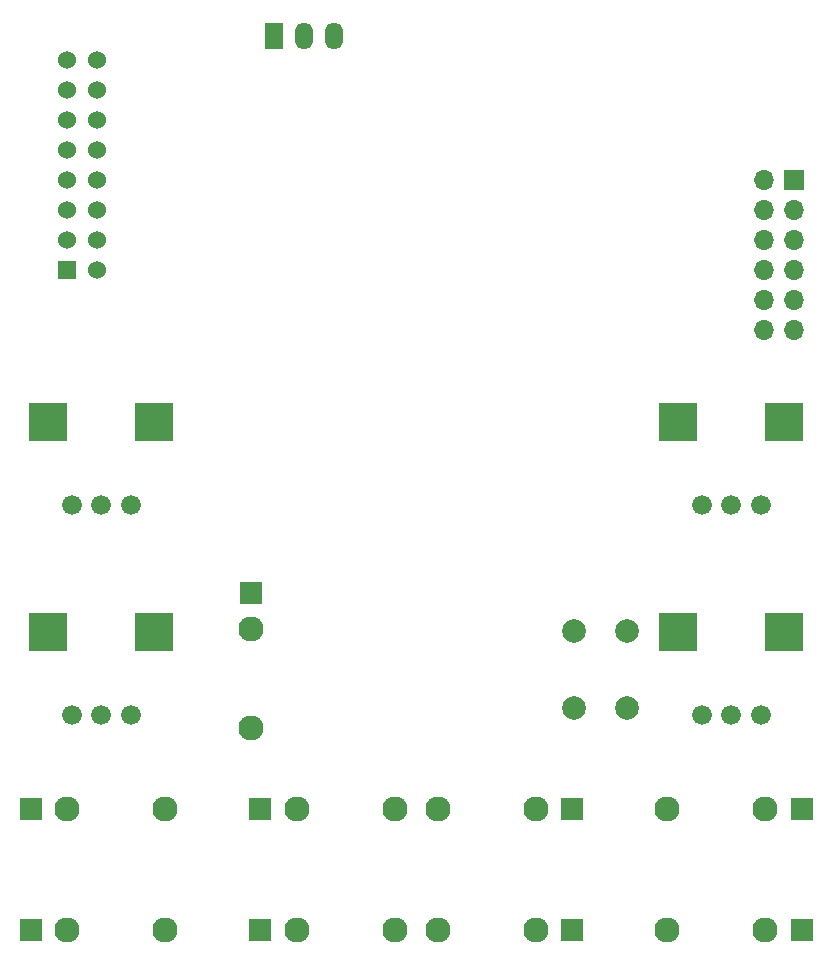
<source format=gbr>
%TF.GenerationSoftware,KiCad,Pcbnew,7.0.6-1.fc38*%
%TF.CreationDate,2023-08-24T19:35:41-07:00*%
%TF.ProjectId,s3gta_back,73336774-615f-4626-9163-6b2e6b696361,rev?*%
%TF.SameCoordinates,Original*%
%TF.FileFunction,Soldermask,Top*%
%TF.FilePolarity,Negative*%
%FSLAX46Y46*%
G04 Gerber Fmt 4.6, Leading zero omitted, Abs format (unit mm)*
G04 Created by KiCad (PCBNEW 7.0.6-1.fc38) date 2023-08-24 19:35:41*
%MOMM*%
%LPD*%
G01*
G04 APERTURE LIST*
%ADD10R,1.830000X1.930000*%
%ADD11C,2.130000*%
%ADD12C,1.676400*%
%ADD13R,3.216000X3.216000*%
%ADD14R,1.930000X1.830000*%
%ADD15C,2.000000*%
%ADD16R,1.700000X1.700000*%
%ADD17O,1.700000X1.700000*%
%ADD18R,1.500000X2.300000*%
%ADD19O,1.500000X2.300000*%
%ADD20R,1.524000X1.524000*%
%ADD21C,1.524000*%
G04 APERTURE END LIST*
D10*
%TO.C,J4*%
X149101000Y-147193000D03*
D11*
X137701000Y-147193000D03*
X146001000Y-147193000D03*
%TD*%
D12*
%TO.C,RV4*%
X160060000Y-128920000D03*
X162560000Y-128920000D03*
X165060000Y-128920000D03*
D13*
X158060000Y-121920000D03*
X167060000Y-121920000D03*
%TD*%
D10*
%TO.C,J9*%
X168532000Y-136906000D03*
D11*
X157132000Y-136906000D03*
X165432000Y-136906000D03*
%TD*%
D14*
%TO.C,J11*%
X121920000Y-118615000D03*
D11*
X121920000Y-130015000D03*
X121920000Y-121715000D03*
%TD*%
D12*
%TO.C,RV2*%
X106720000Y-128920000D03*
X109220000Y-128920000D03*
X111720000Y-128920000D03*
D13*
X104720000Y-121920000D03*
X113720000Y-121920000D03*
%TD*%
D10*
%TO.C,J2*%
X122679000Y-147193000D03*
D11*
X134079000Y-147193000D03*
X125779000Y-147193000D03*
%TD*%
D10*
%TO.C,J1*%
X122679000Y-136906000D03*
D11*
X134079000Y-136906000D03*
X125779000Y-136906000D03*
%TD*%
D10*
%TO.C,J7*%
X103248000Y-147193000D03*
D11*
X114648000Y-147193000D03*
X106348000Y-147193000D03*
%TD*%
D10*
%TO.C,J10*%
X168532000Y-147193000D03*
D11*
X157132000Y-147193000D03*
X165432000Y-147193000D03*
%TD*%
D12*
%TO.C,RV3*%
X160060000Y-111140000D03*
X162560000Y-111140000D03*
X165060000Y-111140000D03*
D13*
X158060000Y-104140000D03*
X167060000Y-104140000D03*
%TD*%
D15*
%TO.C,SW1*%
X149261000Y-128345000D03*
X149261000Y-121845000D03*
X153761000Y-128345000D03*
X153761000Y-121845000D03*
%TD*%
D16*
%TO.C,J5*%
X167894000Y-83693000D03*
D17*
X165354000Y-83693000D03*
X167894000Y-86233000D03*
X165354000Y-86233000D03*
X167894000Y-88773000D03*
X165354000Y-88773000D03*
X167894000Y-91313000D03*
X165354000Y-91313000D03*
X167894000Y-93853000D03*
X165354000Y-93853000D03*
X167894000Y-96393000D03*
X165354000Y-96393000D03*
%TD*%
D12*
%TO.C,RV1*%
X106720000Y-111140000D03*
X109220000Y-111140000D03*
X111720000Y-111140000D03*
D13*
X104720000Y-104140000D03*
X113720000Y-104140000D03*
%TD*%
D10*
%TO.C,J3*%
X149101000Y-136906000D03*
D11*
X137701000Y-136906000D03*
X146001000Y-136906000D03*
%TD*%
D10*
%TO.C,J6*%
X103248000Y-136906000D03*
D11*
X114648000Y-136906000D03*
X106348000Y-136906000D03*
%TD*%
D18*
%TO.C,U4*%
X123825000Y-71501000D03*
D19*
X126365000Y-71501000D03*
X128905000Y-71501000D03*
%TD*%
D20*
%TO.C,J8*%
X106299000Y-91313000D03*
D21*
X108839000Y-91313000D03*
X106299000Y-88773000D03*
X108839000Y-88773000D03*
X106299000Y-86233000D03*
X108839000Y-86233000D03*
X106299000Y-83693000D03*
X108839000Y-83693000D03*
X106299000Y-81153000D03*
X108839000Y-81153000D03*
X106299000Y-78613000D03*
X108839000Y-78613000D03*
X106299000Y-76073000D03*
X108839000Y-76073000D03*
X106299000Y-73533000D03*
X108839000Y-73533000D03*
%TD*%
M02*

</source>
